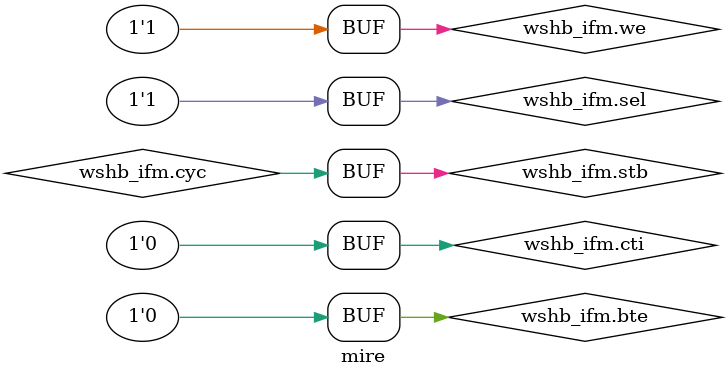
<source format=sv>
module mire #(parameter HDISP = 800, parameter VDISP = 480) (
	wshb_if.master  wshb_ifm
);

localparam XCNT_WIDTH = $clog2(HDISP);
localparam YCNT_WIDTH = $clog2(VDISP);
logic[XCNT_WIDTH-1:0] x_cnt;
logic[YCNT_WIDTH-1:0] y_cnt;
logic[5:0] breaker;

always_ff @ (posedge wshb_ifm.clk)
if(wshb_ifm.rst)
begin
	x_cnt <= 0;
	y_cnt <= 0;
  breaker <= 0;
end
else
begin
  breaker <= breaker+1;
	if(wshb_ifm.ack)
	begin
		// Mise à jour des compteurs
		x_cnt <= x_cnt+1;
		if(x_cnt == HDISP-1)
		begin
			x_cnt <= 0;
			y_cnt <= (y_cnt == VDISP-1) ? 0 : y_cnt+1;
		end
	end
end

assign wshb_ifm.adr = (x_cnt + y_cnt*HDISP)*4;
assign wshb_ifm.we = 1'b1;
assign wshb_ifm.cyc = wshb_ifm.stb;
assign wshb_ifm.sel = 4'b1111;
assign wshb_ifm.stb = (breaker != 0);
assign wshb_ifm.cti = '0;
assign wshb_ifm.bte = '0;
assign wshb_ifm.dat_ms = ((x_cnt[3:0] == 0) || (y_cnt[3:0] == 0)) ? {3{8'hff}} : 0;

endmodule

</source>
